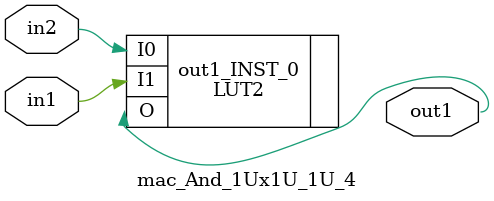
<source format=v>
`timescale 1 ps / 1 ps

(* STRUCTURAL_NETLIST = "yes" *)
module mac_And_1Ux1U_1U_4
   (in2,
    in1,
    out1);
  input in2;
  input in1;
  output out1;

  wire in1;
  wire in2;
  wire out1;

  LUT2 #(
    .INIT(4'h8)) 
    out1_INST_0
       (.I0(in2),
        .I1(in1),
        .O(out1));
endmodule

</source>
